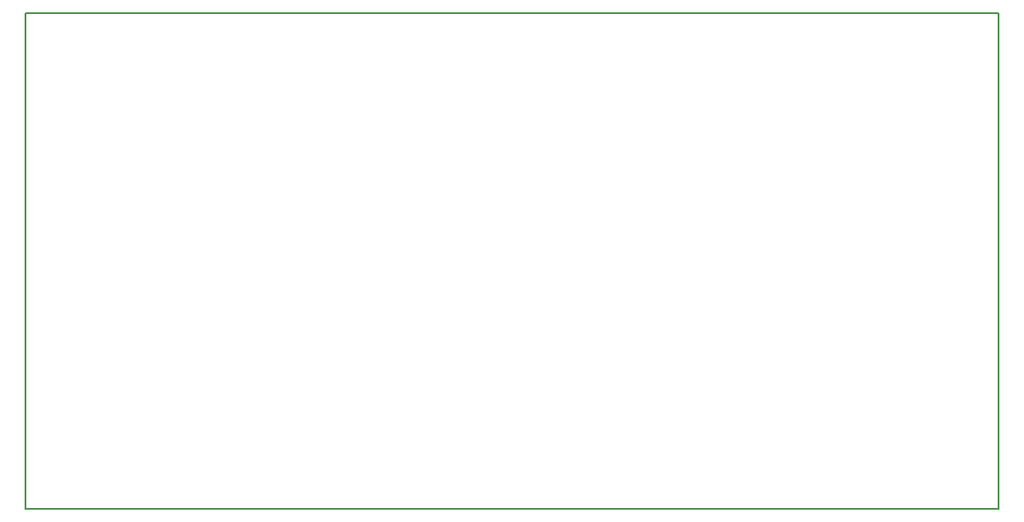
<source format=gm1>
G04 MADE WITH FRITZING*
G04 WWW.FRITZING.ORG*
G04 DOUBLE SIDED*
G04 HOLES PLATED*
G04 CONTOUR ON CENTER OF CONTOUR VECTOR*
%ASAXBY*%
%FSLAX23Y23*%
%MOIN*%
%OFA0B0*%
%SFA1.0B1.0*%
%ADD10R,3.700790X1.889760*%
%ADD11C,0.008000*%
%ADD10C,0.008*%
%LNCONTOUR*%
G90*
G70*
G54D10*
G54D11*
X4Y1886D02*
X3697Y1886D01*
X3697Y4D01*
X4Y4D01*
X4Y1886D01*
D02*
G04 End of contour*
M02*
</source>
